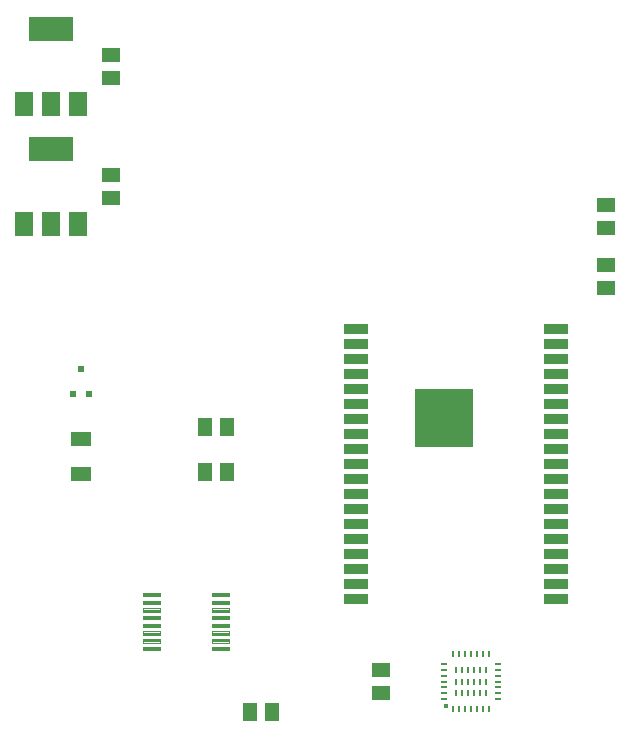
<source format=gbr>
G04 EAGLE Gerber RS-274X export*
G75*
%MOMM*%
%FSLAX34Y34*%
%LPD*%
%INSolderpaste Top*%
%IPPOS*%
%AMOC8*
5,1,8,0,0,1.08239X$1,22.5*%
G01*
%ADD10R,1.500000X1.300000*%
%ADD11R,1.800000X1.170000*%
%ADD12R,1.500000X2.000000*%
%ADD13R,3.800000X2.000000*%
%ADD14R,2.000000X0.900000*%
%ADD15R,5.000000X5.000000*%
%ADD16R,0.260000X0.560000*%
%ADD17R,0.560000X0.260000*%
%ADD18R,0.400000X0.400000*%
%ADD19R,1.300000X1.500000*%
%ADD20C,0.100000*%
%ADD21R,0.520000X0.475000*%


D10*
X203200Y581000D03*
X203200Y562000D03*
X203200Y682600D03*
X203200Y663600D03*
X431800Y142900D03*
X431800Y161900D03*
D11*
X177800Y328200D03*
X177800Y357600D03*
D12*
X129400Y540000D03*
X152400Y540000D03*
X175400Y540000D03*
D13*
X152400Y603000D03*
D12*
X129400Y641600D03*
X152400Y641600D03*
X175400Y641600D03*
D13*
X152400Y704600D03*
D14*
X410300Y450900D03*
X410300Y438200D03*
X410300Y425500D03*
X410300Y412800D03*
X410300Y400100D03*
X410300Y387400D03*
X410300Y374700D03*
X410300Y362000D03*
X410300Y349300D03*
X410300Y336600D03*
X410300Y323900D03*
X410300Y311200D03*
X410300Y298500D03*
X410300Y285800D03*
X410300Y273100D03*
X410300Y260400D03*
X410300Y247700D03*
X410300Y235000D03*
X410300Y222300D03*
X580300Y222300D03*
X580300Y235000D03*
X580300Y247700D03*
X580300Y260400D03*
X580300Y273100D03*
X580300Y285800D03*
X580300Y298500D03*
X580300Y311200D03*
X580300Y323900D03*
X580300Y336600D03*
X580300Y349300D03*
X580300Y362000D03*
X580300Y374700D03*
X580300Y387400D03*
X580300Y400100D03*
X580300Y412800D03*
X580300Y425500D03*
X580300Y438200D03*
X580300Y450900D03*
D15*
X485300Y375900D03*
D16*
X493000Y129400D03*
X498000Y129400D03*
X503000Y129400D03*
X508000Y129400D03*
X513000Y129400D03*
X518000Y129400D03*
X523000Y129400D03*
D17*
X531000Y137400D03*
X531000Y142400D03*
X531000Y147400D03*
X531000Y152400D03*
X531000Y157400D03*
X531000Y162400D03*
X531000Y167400D03*
D16*
X523000Y175400D03*
X518000Y175400D03*
X513000Y175400D03*
X508000Y175400D03*
X503000Y175400D03*
X498000Y175400D03*
X493000Y175400D03*
D17*
X485000Y167400D03*
X485000Y162400D03*
X485000Y157400D03*
X485000Y152400D03*
X485000Y147400D03*
X485000Y142400D03*
X485000Y137400D03*
D16*
X495500Y142400D03*
X495500Y152400D03*
X495500Y162400D03*
X500500Y142400D03*
X500500Y152400D03*
X500500Y162400D03*
X505500Y142400D03*
X505500Y152400D03*
X505500Y162400D03*
X510500Y142400D03*
X510500Y152400D03*
X510500Y162400D03*
X515500Y142400D03*
X515500Y152400D03*
X515500Y162400D03*
X520500Y142400D03*
X520500Y152400D03*
X520500Y162400D03*
D18*
X487000Y131400D03*
D19*
X301600Y368300D03*
X282600Y368300D03*
X282600Y330200D03*
X301600Y330200D03*
D10*
X622300Y485800D03*
X622300Y504800D03*
X622300Y555600D03*
X622300Y536600D03*
D19*
X320700Y127000D03*
X339700Y127000D03*
D20*
X244500Y224450D02*
X230600Y224450D01*
X230600Y227450D01*
X244500Y227450D01*
X244500Y224450D01*
X244500Y225400D02*
X230600Y225400D01*
X230600Y226350D02*
X244500Y226350D01*
X244500Y227300D02*
X230600Y227300D01*
X230600Y217950D02*
X244500Y217950D01*
X230600Y217950D02*
X230600Y220950D01*
X244500Y220950D01*
X244500Y217950D01*
X244500Y218900D02*
X230600Y218900D01*
X230600Y219850D02*
X244500Y219850D01*
X244500Y220800D02*
X230600Y220800D01*
X230600Y211450D02*
X244500Y211450D01*
X230600Y211450D02*
X230600Y214450D01*
X244500Y214450D01*
X244500Y211450D01*
X244500Y212400D02*
X230600Y212400D01*
X230600Y213350D02*
X244500Y213350D01*
X244500Y214300D02*
X230600Y214300D01*
X230600Y204950D02*
X244500Y204950D01*
X230600Y204950D02*
X230600Y207950D01*
X244500Y207950D01*
X244500Y204950D01*
X244500Y205900D02*
X230600Y205900D01*
X230600Y206850D02*
X244500Y206850D01*
X244500Y207800D02*
X230600Y207800D01*
X230600Y198450D02*
X244500Y198450D01*
X230600Y198450D02*
X230600Y201450D01*
X244500Y201450D01*
X244500Y198450D01*
X244500Y199400D02*
X230600Y199400D01*
X230600Y200350D02*
X244500Y200350D01*
X244500Y201300D02*
X230600Y201300D01*
X230600Y191950D02*
X244500Y191950D01*
X230600Y191950D02*
X230600Y194950D01*
X244500Y194950D01*
X244500Y191950D01*
X244500Y192900D02*
X230600Y192900D01*
X230600Y193850D02*
X244500Y193850D01*
X244500Y194800D02*
X230600Y194800D01*
X230600Y185450D02*
X244500Y185450D01*
X230600Y185450D02*
X230600Y188450D01*
X244500Y188450D01*
X244500Y185450D01*
X244500Y186400D02*
X230600Y186400D01*
X230600Y187350D02*
X244500Y187350D01*
X244500Y188300D02*
X230600Y188300D01*
X230600Y178950D02*
X244500Y178950D01*
X230600Y178950D02*
X230600Y181950D01*
X244500Y181950D01*
X244500Y178950D01*
X244500Y179900D02*
X230600Y179900D01*
X230600Y180850D02*
X244500Y180850D01*
X244500Y181800D02*
X230600Y181800D01*
X288900Y178950D02*
X302800Y178950D01*
X288900Y178950D02*
X288900Y181950D01*
X302800Y181950D01*
X302800Y178950D01*
X302800Y179900D02*
X288900Y179900D01*
X288900Y180850D02*
X302800Y180850D01*
X302800Y181800D02*
X288900Y181800D01*
X288900Y185450D02*
X302800Y185450D01*
X288900Y185450D02*
X288900Y188450D01*
X302800Y188450D01*
X302800Y185450D01*
X302800Y186400D02*
X288900Y186400D01*
X288900Y187350D02*
X302800Y187350D01*
X302800Y188300D02*
X288900Y188300D01*
X288900Y191950D02*
X302800Y191950D01*
X288900Y191950D02*
X288900Y194950D01*
X302800Y194950D01*
X302800Y191950D01*
X302800Y192900D02*
X288900Y192900D01*
X288900Y193850D02*
X302800Y193850D01*
X302800Y194800D02*
X288900Y194800D01*
X288900Y198450D02*
X302800Y198450D01*
X288900Y198450D02*
X288900Y201450D01*
X302800Y201450D01*
X302800Y198450D01*
X302800Y199400D02*
X288900Y199400D01*
X288900Y200350D02*
X302800Y200350D01*
X302800Y201300D02*
X288900Y201300D01*
X288900Y204950D02*
X302800Y204950D01*
X288900Y204950D02*
X288900Y207950D01*
X302800Y207950D01*
X302800Y204950D01*
X302800Y205900D02*
X288900Y205900D01*
X288900Y206850D02*
X302800Y206850D01*
X302800Y207800D02*
X288900Y207800D01*
X288900Y211450D02*
X302800Y211450D01*
X288900Y211450D02*
X288900Y214450D01*
X302800Y214450D01*
X302800Y211450D01*
X302800Y212400D02*
X288900Y212400D01*
X288900Y213350D02*
X302800Y213350D01*
X302800Y214300D02*
X288900Y214300D01*
X288900Y217950D02*
X302800Y217950D01*
X288900Y217950D02*
X288900Y220950D01*
X302800Y220950D01*
X302800Y217950D01*
X302800Y218900D02*
X288900Y218900D01*
X288900Y219850D02*
X302800Y219850D01*
X302800Y220800D02*
X288900Y220800D01*
X288900Y224450D02*
X302800Y224450D01*
X288900Y224450D02*
X288900Y227450D01*
X302800Y227450D01*
X302800Y224450D01*
X302800Y225400D02*
X288900Y225400D01*
X288900Y226350D02*
X302800Y226350D01*
X302800Y227300D02*
X288900Y227300D01*
D21*
X171300Y395520D03*
X184300Y395520D03*
X177800Y417280D03*
M02*

</source>
